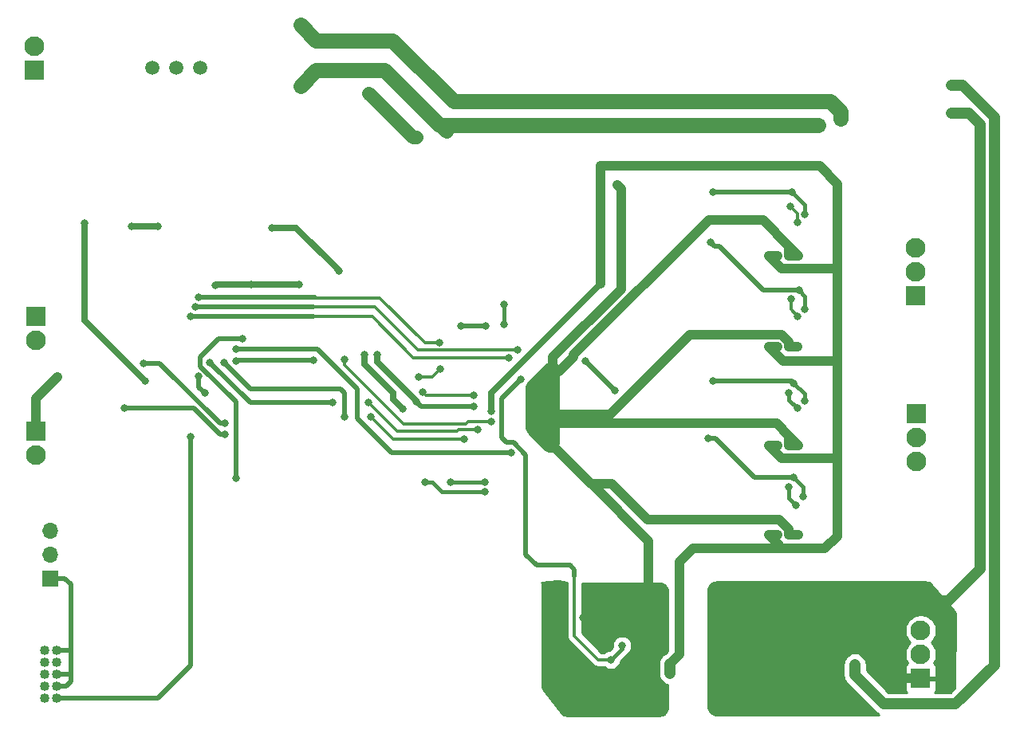
<source format=gbr>
G04 #@! TF.GenerationSoftware,KiCad,Pcbnew,5.1.5-52549c5~84~ubuntu18.04.1*
G04 #@! TF.CreationDate,2020-02-19T21:22:06+00:00*
G04 #@! TF.ProjectId,scot-resolver,73636f74-2d72-4657-936f-6c7665722e6b,rev?*
G04 #@! TF.SameCoordinates,Original*
G04 #@! TF.FileFunction,Copper,L2,Bot*
G04 #@! TF.FilePolarity,Positive*
%FSLAX46Y46*%
G04 Gerber Fmt 4.6, Leading zero omitted, Abs format (unit mm)*
G04 Created by KiCad (PCBNEW 5.1.5-52549c5~84~ubuntu18.04.1) date 2020-02-19 21:22:06*
%MOMM*%
%LPD*%
G04 APERTURE LIST*
%ADD10C,1.016000*%
%ADD11O,1.700000X1.700000*%
%ADD12R,1.700000X1.700000*%
%ADD13C,2.100000*%
%ADD14R,2.100000X2.100000*%
%ADD15C,1.500000*%
%ADD16C,0.800000*%
%ADD17C,1.000000*%
%ADD18C,1.200000*%
%ADD19C,1.400000*%
%ADD20C,2.000000*%
%ADD21C,1.600000*%
%ADD22C,0.700000*%
%ADD23C,0.400000*%
%ADD24C,0.300000*%
%ADD25C,0.500000*%
%ADD26C,0.350000*%
%ADD27C,0.254000*%
G04 APERTURE END LIST*
D10*
X86995000Y-122047000D03*
X88265000Y-122047000D03*
X86995000Y-123317000D03*
X88265000Y-123317000D03*
X86995000Y-124587000D03*
X88265000Y-124587000D03*
X86995000Y-125857000D03*
X88265000Y-125857000D03*
X86995000Y-127127000D03*
X88265000Y-127127000D03*
D11*
X87630000Y-109347000D03*
X87630000Y-111887000D03*
D12*
X87630000Y-114427000D03*
D13*
X179514500Y-79311500D03*
X179514500Y-81851500D03*
D14*
X179514500Y-84391500D03*
D13*
X179578000Y-101981000D03*
X179578000Y-99441000D03*
D14*
X179578000Y-96901000D03*
D13*
X180022500Y-119951500D03*
X180022500Y-122491500D03*
D14*
X180022500Y-125031500D03*
D13*
X86106000Y-89154000D03*
D14*
X86106000Y-86614000D03*
D13*
X86106000Y-101346000D03*
D14*
X86106000Y-98806000D03*
D13*
X85915500Y-57848500D03*
D14*
X85915500Y-60388500D03*
D15*
X103505000Y-60134500D03*
X100965000Y-60134500D03*
X98425000Y-60134500D03*
D16*
X166903400Y-89763600D03*
X165887400Y-89763600D03*
X166052500Y-80137000D03*
X167068500Y-80137000D03*
X166052500Y-109791500D03*
X167068500Y-109791500D03*
X166052500Y-100266500D03*
X167068500Y-100266500D03*
X114173000Y-62103000D03*
X169354500Y-119697500D03*
X171386500Y-119697500D03*
X151320500Y-120713500D03*
X140970000Y-97917000D03*
X141033500Y-94869000D03*
X140716000Y-100012500D03*
X140906500Y-92392500D03*
X183261000Y-65024000D03*
X174167800Y-128524000D03*
X171069000Y-128524000D03*
X168021000Y-128524000D03*
X164846000Y-128524000D03*
X162306000Y-126492000D03*
X158242000Y-127635000D03*
X160655000Y-128524000D03*
X159512000Y-126492000D03*
X157861000Y-123825000D03*
X157988000Y-117983000D03*
X160909000Y-117983000D03*
X162433000Y-121158000D03*
X164084000Y-121793000D03*
X165989000Y-122428000D03*
X167767000Y-117983000D03*
X170942000Y-117983000D03*
X174371000Y-117983000D03*
X177673000Y-121285000D03*
X174879000Y-124079000D03*
X178816000Y-117983000D03*
X176149000Y-115443000D03*
X180721000Y-115570000D03*
X183134000Y-118237000D03*
X183134000Y-122555000D03*
X183134000Y-125857000D03*
X177546000Y-125857000D03*
X159385000Y-121539000D03*
X173101000Y-121666000D03*
X158292800Y-115163600D03*
X160299400Y-115163600D03*
X164236400Y-115163600D03*
X167894000Y-115163600D03*
X172085000Y-115163600D03*
X169875200Y-115163600D03*
X162179000Y-115163600D03*
X166090600Y-115163600D03*
X174015400Y-115163600D03*
X175869600Y-119532400D03*
X176250600Y-122656600D03*
X178536600Y-115570000D03*
X152781000Y-127381000D03*
X149860000Y-127381000D03*
X148336000Y-128397000D03*
X146431000Y-128397000D03*
X145034000Y-127381000D03*
X142367000Y-127381000D03*
X143383000Y-124460000D03*
X142113000Y-123952000D03*
X149288500Y-122618500D03*
X146050000Y-120015000D03*
X152527000Y-118110000D03*
X152400000Y-115316000D03*
X144475200Y-115366800D03*
X147447000Y-115316000D03*
X149606000Y-115316000D03*
X144145000Y-118618000D03*
X142113000Y-118618000D03*
X142113000Y-121031000D03*
X147828000Y-72643998D03*
X144018000Y-66039996D03*
X169164010Y-66294000D03*
X164887397Y-89763600D03*
X163906200Y-89763600D03*
X163893500Y-80137000D03*
X164909500Y-80137000D03*
X164909500Y-109791500D03*
X163893500Y-109791500D03*
X163893500Y-100266500D03*
X164909500Y-100266500D03*
X153416000Y-123507500D03*
X153415992Y-124523500D03*
X146050000Y-70612000D03*
X134429500Y-96647000D03*
X167106600Y-83820000D03*
X167716200Y-85801200D03*
X167734986Y-75723486D03*
X167576500Y-105727500D03*
X166560500Y-103695500D03*
X167669541Y-95533541D03*
X166560500Y-93662500D03*
X147129500Y-123063000D03*
X148336000Y-121539000D03*
X166370002Y-73342500D03*
X137541000Y-93281500D03*
X147574000Y-94488000D03*
X157480000Y-99568000D03*
X157988000Y-93472000D03*
X157734000Y-78740000D03*
X157988000Y-73406000D03*
X144399000Y-91313000D03*
X173037500Y-123571000D03*
X173037500Y-124714000D03*
X183324500Y-62039500D03*
X166775500Y-106616500D03*
X166051698Y-104710706D03*
X114173000Y-55626000D03*
X171513500Y-65595500D03*
X144018000Y-63500000D03*
X108966000Y-83185000D03*
X126492000Y-67564000D03*
X121412000Y-62865000D03*
X114046000Y-83185000D03*
X105156000Y-83312000D03*
X120967500Y-90614500D03*
X124993400Y-96418400D03*
X133756632Y-105190474D03*
X127431800Y-104190800D03*
X135826500Y-87439500D03*
X135826500Y-85292500D03*
X133858000Y-87630000D03*
X131191000Y-87630000D03*
X97688400Y-93446600D03*
X91236800Y-76657200D03*
X96215200Y-77012800D03*
X99060000Y-77012794D03*
X104038400Y-94742004D03*
X103378000Y-92964000D03*
X111188500Y-77152500D03*
X122301000Y-90614500D03*
X118300500Y-81724498D03*
X126492000Y-95631000D03*
X130073400Y-104190800D03*
X133731000Y-104190800D03*
X102489000Y-99377500D03*
X132588000Y-96139000D03*
X166941500Y-96329500D03*
X166052500Y-94678500D03*
X166941500Y-76581000D03*
X166179500Y-74930000D03*
X166954200Y-86563200D03*
X166243000Y-84683600D03*
X88391992Y-92989400D03*
X106172000Y-97967800D03*
X97536000Y-91567000D03*
X106172000Y-99085400D03*
X95453200Y-96342200D03*
X126745996Y-93027500D03*
X129032000Y-92202000D03*
X132588000Y-94932500D03*
X127152400Y-94615002D03*
X104584500Y-91503504D03*
X117602000Y-95758000D03*
X121412000Y-95758000D03*
X133019800Y-98602804D03*
X106044998Y-91503500D03*
X121666000Y-97282000D03*
X118871994Y-97282000D03*
X131546600Y-99644200D03*
X115570000Y-91249498D03*
X107378494Y-91313000D03*
X118872000Y-91186000D03*
X134391400Y-97764600D03*
X107315000Y-90043000D03*
X136525000Y-101092000D03*
X102489000Y-86614004D03*
X136271000Y-90995500D03*
X102997000Y-85598000D03*
X137223500Y-90106500D03*
X103378000Y-84592097D03*
X128905000Y-89408000D03*
X108013500Y-88963500D03*
X107315000Y-103759002D03*
D17*
X176720500Y-125031500D02*
X171386500Y-119697500D01*
X180022500Y-125031500D02*
X176720500Y-125031500D01*
X167068500Y-109791500D02*
X166052500Y-109791500D01*
X166052500Y-100266500D02*
X167068500Y-100266500D01*
X167068500Y-80137000D02*
X166052500Y-80137000D01*
D18*
X169354500Y-119697500D02*
X171386500Y-119697500D01*
D19*
X128905000Y-66167000D02*
X129667000Y-66929000D01*
D17*
X166052500Y-79571315D02*
X166052500Y-80137000D01*
X166052500Y-79121000D02*
X166052500Y-79571315D01*
X163277499Y-76345999D02*
X166052500Y-79121000D01*
X166052500Y-79121000D02*
X167068500Y-80137000D01*
X166052500Y-99700815D02*
X166052500Y-100266500D01*
X166052500Y-99250500D02*
X166052500Y-99700815D01*
X164719000Y-97917000D02*
X166052500Y-99250500D01*
X149733000Y-97917000D02*
X164719000Y-97917000D01*
X167068500Y-100266500D02*
X166052500Y-99250500D01*
X140970000Y-97917000D02*
X149733000Y-97917000D01*
X141224000Y-97028000D02*
X140970000Y-96774000D01*
X165987409Y-89763600D02*
X165987409Y-89266540D01*
X166903400Y-89763600D02*
X165987409Y-89763600D01*
X165284459Y-88563590D02*
X155530410Y-88563590D01*
X165987409Y-89266540D02*
X165284459Y-88563590D01*
X147066000Y-97028000D02*
X141224000Y-97028000D01*
X155530410Y-88563590D02*
X147066000Y-97028000D01*
X157502998Y-76327000D02*
X159131000Y-76327000D01*
X159131000Y-76327000D02*
X163277499Y-76345999D01*
X140906500Y-92392500D02*
X141668500Y-92392500D01*
X143171999Y-90889001D02*
X143171999Y-90657999D01*
X141668500Y-92392500D02*
X143171999Y-90889001D01*
X143171999Y-90657999D02*
X157502998Y-76327000D01*
X140970000Y-90932000D02*
X140970000Y-92456000D01*
X148227999Y-83674001D02*
X140970000Y-90932000D01*
X147828000Y-72643998D02*
X148227999Y-73043997D01*
X147193000Y-104394000D02*
X145034000Y-104394000D01*
X151003000Y-108204000D02*
X147193000Y-104394000D01*
X165030685Y-108204000D02*
X151003000Y-108204000D01*
X166052500Y-109791500D02*
X166052500Y-109225815D01*
X166052500Y-109225815D02*
X165030685Y-108204000D01*
X151130000Y-110426500D02*
X151130000Y-116332000D01*
X145097500Y-104394000D02*
X151130000Y-110426500D01*
X145034000Y-104394000D02*
X145097500Y-104394000D01*
X140716000Y-100012500D02*
X145034000Y-104330500D01*
X145034000Y-104330500D02*
X145034000Y-104394000D01*
D20*
X140716000Y-92583000D02*
X140906500Y-92392500D01*
X140716000Y-100012500D02*
X140716000Y-92583000D01*
X140906500Y-92392500D02*
X139065000Y-94234000D01*
X139065000Y-98361500D02*
X140716000Y-100012500D01*
X139065000Y-94234000D02*
X139065000Y-98361500D01*
D17*
X148227999Y-73043997D02*
X148227999Y-83674001D01*
D18*
X185166000Y-65024000D02*
X183826685Y-65024000D01*
X175323500Y-119697500D02*
X178244500Y-116776500D01*
X171386500Y-119697500D02*
X175323500Y-119697500D01*
X183826685Y-65024000D02*
X183261000Y-65024000D01*
X186309000Y-66167000D02*
X185166000Y-65024000D01*
X178244500Y-116776500D02*
X182943500Y-116776500D01*
X182943500Y-116776500D02*
X186309000Y-113411000D01*
X186309000Y-113411000D02*
X186309000Y-66167000D01*
D21*
X128905000Y-66294000D02*
X166370000Y-66294000D01*
X114173000Y-62103000D02*
X115824000Y-60452000D01*
X166370000Y-66294000D02*
X169164010Y-66294000D01*
X123063000Y-60452000D02*
X128905000Y-66294000D01*
X115824000Y-60452000D02*
X123063000Y-60452000D01*
D17*
X164459185Y-109791500D02*
X164852490Y-109791500D01*
X163893500Y-109791500D02*
X164459185Y-109791500D01*
X164459185Y-100266500D02*
X164852490Y-100266500D01*
X163893500Y-100266500D02*
X164459185Y-100266500D01*
X163906200Y-89763600D02*
X164787399Y-89763600D01*
X163893500Y-80137000D02*
X164852490Y-80137000D01*
X165290500Y-81534000D02*
X171196000Y-81534000D01*
X163893500Y-80137000D02*
X165290500Y-81534000D01*
X165455600Y-91313000D02*
X171196000Y-91313000D01*
X163906200Y-89763600D02*
X165455600Y-91313000D01*
X171196000Y-81534000D02*
X171196000Y-91313000D01*
X165290500Y-101663500D02*
X163893500Y-100266500D01*
X171196000Y-91313000D02*
X171196000Y-101663500D01*
X171196000Y-101663500D02*
X165290500Y-101663500D01*
X169862500Y-111252000D02*
X165354000Y-111252000D01*
D18*
X153415992Y-123507508D02*
X153416000Y-123507500D01*
X153415992Y-124523500D02*
X153415992Y-123507508D01*
D17*
X171196000Y-101663500D02*
X171196000Y-109918500D01*
X171196000Y-109918500D02*
X169862500Y-111252000D01*
X165354000Y-111252000D02*
X164973000Y-111252000D01*
X164973000Y-110871000D02*
X163893500Y-109791500D01*
X164973000Y-111252000D02*
X164973000Y-110871000D01*
D22*
X134429500Y-96081315D02*
X134429500Y-96647000D01*
X134429500Y-94742000D02*
X134429500Y-96081315D01*
X146050000Y-83121500D02*
X134429500Y-94742000D01*
D17*
X146050000Y-83121500D02*
X146050000Y-70612000D01*
X171196000Y-72517000D02*
X171196000Y-81534000D01*
X146050000Y-70612000D02*
X169291000Y-70612000D01*
X169291000Y-70612000D02*
X171196000Y-72517000D01*
X155829000Y-111252000D02*
X164973000Y-111252000D01*
X154432000Y-112649000D02*
X155829000Y-111252000D01*
X153416000Y-123507500D02*
X154432000Y-122491500D01*
X153415992Y-124523500D02*
X153416000Y-124523492D01*
X154432000Y-122491500D02*
X154432000Y-112649000D01*
X153416000Y-124523492D02*
X153416000Y-123507500D01*
D23*
X167716200Y-84429600D02*
X167106600Y-83820000D01*
X167716200Y-85801200D02*
X167716200Y-84429600D01*
X167576500Y-105727500D02*
X167576500Y-104711500D01*
X167576500Y-104711500D02*
X166560500Y-103695500D01*
X167669541Y-95533541D02*
X167669541Y-94771541D01*
X167669541Y-94771541D02*
X166560500Y-93662500D01*
X148336000Y-121539000D02*
X148336000Y-121856500D01*
X148336000Y-121856500D02*
X147129500Y-123063000D01*
X167734986Y-75723486D02*
X167734986Y-74707484D01*
X167734986Y-74707484D02*
X166370002Y-73342500D01*
D24*
X143256000Y-120523000D02*
X143256000Y-114173000D01*
X147129500Y-123063000D02*
X145796000Y-123063000D01*
X145796000Y-123063000D02*
X143256000Y-120523000D01*
D25*
X157480000Y-99568000D02*
X158242000Y-99568000D01*
X162369500Y-103695500D02*
X166560500Y-103695500D01*
X158242000Y-99568000D02*
X162369500Y-103695500D01*
X166370000Y-93472000D02*
X166560500Y-93662500D01*
X157988000Y-93472000D02*
X166370000Y-93472000D01*
X163322000Y-83820000D02*
X167106600Y-83820000D01*
X157734000Y-78740000D02*
X158133999Y-79139999D01*
X158641999Y-79139999D02*
X163322000Y-83820000D01*
X158133999Y-79139999D02*
X158641999Y-79139999D01*
X166306502Y-73406000D02*
X166370002Y-73342500D01*
X157988000Y-73406000D02*
X166306502Y-73406000D01*
X147574000Y-94488000D02*
X144399000Y-91313000D01*
X143256000Y-113487200D02*
X143256000Y-114173000D01*
X142798800Y-113030000D02*
X143256000Y-113487200D01*
X139255500Y-113030000D02*
X142798800Y-113030000D01*
X138112500Y-111887000D02*
X139255500Y-113030000D01*
X135509000Y-95313500D02*
X135509000Y-99441000D01*
X135509000Y-99441000D02*
X136017000Y-99949000D01*
X137541000Y-93281500D02*
X135509000Y-95313500D01*
X136017000Y-99949000D02*
X136779000Y-99949000D01*
X138112500Y-101282500D02*
X138112500Y-111887000D01*
X136779000Y-99949000D02*
X138112500Y-101282500D01*
D18*
X173037500Y-123571000D02*
X173037500Y-124714000D01*
X187833000Y-65405000D02*
X184467500Y-62039500D01*
X184467500Y-62039500D02*
X183324500Y-62039500D01*
X187833000Y-123634500D02*
X187833000Y-65405000D01*
X183705500Y-127762000D02*
X187833000Y-123634500D01*
X173037500Y-124714000D02*
X176085500Y-127762000D01*
X176085500Y-127762000D02*
X183705500Y-127762000D01*
D23*
X166775500Y-106616500D02*
X166051698Y-105892698D01*
X166051698Y-105892698D02*
X166051698Y-104710706D01*
D21*
X170434000Y-63754000D02*
X171513500Y-64833500D01*
X130429000Y-63754000D02*
X170434000Y-63754000D01*
X123952000Y-57277000D02*
X130429000Y-63754000D01*
X171513500Y-64833500D02*
X171513500Y-65595500D01*
X114173000Y-55626000D02*
X115824000Y-57277000D01*
X115824000Y-57277000D02*
X123952000Y-57277000D01*
D19*
X126111000Y-67564000D02*
X121412000Y-62865000D01*
X126492000Y-67564000D02*
X126111000Y-67564000D01*
D22*
X108966000Y-83185000D02*
X114046000Y-83185000D01*
X105283000Y-83185000D02*
X105156000Y-83312000D01*
X108966000Y-83185000D02*
X105283000Y-83185000D01*
X123977400Y-95402400D02*
X124993400Y-96418400D01*
X123977400Y-94691200D02*
X123977400Y-95402400D01*
X120967500Y-90614500D02*
X120967500Y-91681300D01*
X120967500Y-91681300D02*
X123977400Y-94691200D01*
D23*
X133756632Y-105190474D02*
X129142674Y-105190474D01*
X129142674Y-105190474D02*
X128143000Y-104190800D01*
X128143000Y-104190800D02*
X127431800Y-104190800D01*
X135826500Y-87439500D02*
X135826500Y-85407500D01*
X135826500Y-85407500D02*
X135826500Y-85292500D01*
D25*
X88265000Y-125857000D02*
X89281000Y-125857000D01*
X89281000Y-125857000D02*
X89789000Y-125349000D01*
X88265000Y-122047000D02*
X89789000Y-122047000D01*
X88983420Y-124587000D02*
X89789000Y-124587000D01*
X88265000Y-124587000D02*
X88983420Y-124587000D01*
X89789000Y-125349000D02*
X89789000Y-124587000D01*
X89789000Y-124587000D02*
X89789000Y-122047000D01*
X89154000Y-114427000D02*
X87630000Y-114427000D01*
X89789000Y-122047000D02*
X89789000Y-115062000D01*
X89789000Y-115062000D02*
X89154000Y-114427000D01*
X133858000Y-87630000D02*
X131191000Y-87630000D01*
D22*
X97688400Y-93446600D02*
X91236800Y-86995000D01*
X91236800Y-77222885D02*
X91236800Y-76657200D01*
X91236800Y-86995000D02*
X91236800Y-77222885D01*
X99059994Y-77012800D02*
X99060000Y-77012794D01*
X96215200Y-77012800D02*
X99059994Y-77012800D01*
D25*
X103378000Y-94081604D02*
X103378000Y-92964000D01*
X104038400Y-94742004D02*
X103378000Y-94081604D01*
D22*
X111188500Y-77152500D02*
X113728502Y-77152500D01*
X117900501Y-81324499D02*
X118300500Y-81724498D01*
X113728502Y-77152500D02*
X117900501Y-81324499D01*
X126492000Y-95567500D02*
X126492000Y-95631000D01*
X122301000Y-90614500D02*
X122301000Y-91376500D01*
X122301000Y-91376500D02*
X126492000Y-95567500D01*
D23*
X130073400Y-104190800D02*
X133731000Y-104190800D01*
D25*
X126492000Y-95631000D02*
X127000000Y-96139000D01*
X127000000Y-96139000D02*
X132588000Y-96139000D01*
X96012000Y-127127000D02*
X88265000Y-127127000D01*
X99060000Y-127127000D02*
X96012000Y-127127000D01*
X102489000Y-99377500D02*
X102489000Y-123698000D01*
X102489000Y-123698000D02*
X99060000Y-127127000D01*
D23*
X166941500Y-96329500D02*
X166052500Y-95440500D01*
X166052500Y-95440500D02*
X166052500Y-94678500D01*
D26*
X166941500Y-76581000D02*
X166941500Y-75692000D01*
X166941500Y-75692000D02*
X166179500Y-74930000D01*
D24*
X166954200Y-86563200D02*
X166243000Y-85852000D01*
X166243000Y-85852000D02*
X166243000Y-84683600D01*
D17*
X86106000Y-95275392D02*
X87991993Y-93389399D01*
X87991993Y-93389399D02*
X88391992Y-92989400D01*
X86106000Y-98806000D02*
X86106000Y-95275392D01*
D25*
X105606315Y-97967800D02*
X99205515Y-91567000D01*
X99205515Y-91567000D02*
X98101685Y-91567000D01*
X106172000Y-97967800D02*
X105606315Y-97967800D01*
X98101685Y-91567000D02*
X97536000Y-91567000D01*
X105606315Y-99085400D02*
X102863115Y-96342200D01*
X106172000Y-99085400D02*
X105606315Y-99085400D01*
X102863115Y-96342200D02*
X95453200Y-96342200D01*
D24*
X128206500Y-93027500D02*
X129032000Y-92202000D01*
X126745996Y-93027500D02*
X128206500Y-93027500D01*
X127469898Y-94932500D02*
X127152400Y-94615002D01*
X132588000Y-94932500D02*
X127469898Y-94932500D01*
D25*
X104584500Y-91503504D02*
X108838996Y-95758000D01*
X117036315Y-95758000D02*
X117602000Y-95758000D01*
X108838996Y-95758000D02*
X117036315Y-95758000D01*
D24*
X125095000Y-98806000D02*
X124460000Y-98806000D01*
X124460000Y-98806000D02*
X121811999Y-96157999D01*
X121811999Y-96157999D02*
X121412000Y-95758000D01*
X130987796Y-98602804D02*
X133019800Y-98602804D01*
X125031500Y-98806000D02*
X130784600Y-98806000D01*
X130784600Y-98806000D02*
X130987796Y-98602804D01*
D25*
X108838998Y-94297500D02*
X118427500Y-94297500D01*
X118871994Y-94741994D02*
X118871994Y-96716315D01*
X118871994Y-96716315D02*
X118871994Y-97282000D01*
X118427500Y-94297500D02*
X118871994Y-94741994D01*
X106044998Y-91503500D02*
X108838998Y-94297500D01*
D24*
X124028200Y-99644200D02*
X130980915Y-99644200D01*
X121666000Y-97282000D02*
X124028200Y-99644200D01*
X130980915Y-99644200D02*
X131546600Y-99644200D01*
D25*
X107441996Y-91249498D02*
X107378494Y-91313000D01*
X115570000Y-91249498D02*
X107441996Y-91249498D01*
D24*
X131953000Y-97764600D02*
X134391400Y-97764600D01*
X125138915Y-98018600D02*
X131699000Y-98018600D01*
X118872000Y-91186000D02*
X118872000Y-91751685D01*
X131699000Y-98018600D02*
X131953000Y-97764600D01*
X118872000Y-91751685D02*
X125138915Y-98018600D01*
D25*
X135959315Y-101092000D02*
X136525000Y-101092000D01*
X120205500Y-97409000D02*
X123888500Y-101092000D01*
X123888500Y-101092000D02*
X135959315Y-101092000D01*
X120205500Y-94297500D02*
X120205500Y-97409000D01*
X115951000Y-90043000D02*
X120205500Y-94297500D01*
X107315000Y-90043000D02*
X115951000Y-90043000D01*
X102489000Y-86614004D02*
X115569996Y-86614004D01*
D24*
X121793004Y-86614004D02*
X115569996Y-86614004D01*
X136271000Y-90995500D02*
X126174500Y-90995500D01*
X126174500Y-90995500D02*
X121793004Y-86614004D01*
D25*
X102997000Y-85598000D02*
X115570000Y-85598000D01*
D24*
X122110500Y-85598000D02*
X126682498Y-90169998D01*
X115570000Y-85598000D02*
X122110500Y-85598000D01*
X126682498Y-90169998D02*
X136594317Y-90169998D01*
X136657815Y-90106500D02*
X137223500Y-90106500D01*
X136594317Y-90169998D02*
X136657815Y-90106500D01*
D25*
X103378000Y-84592097D02*
X115707097Y-84592097D01*
D24*
X122618500Y-84645500D02*
X115760500Y-84645500D01*
X128905000Y-89408000D02*
X127381000Y-89408000D01*
X127381000Y-89408000D02*
X122618500Y-84645500D01*
D25*
X107315000Y-103193317D02*
X107315000Y-103759002D01*
X107315000Y-95631000D02*
X107315000Y-103193317D01*
X108013500Y-88963500D02*
X105473500Y-88963500D01*
X105473500Y-88963500D02*
X103568500Y-90868500D01*
X103568500Y-91884500D02*
X107315000Y-95631000D01*
X103568500Y-90868500D02*
X103568500Y-91884500D01*
D27*
G36*
X180707237Y-114828237D02*
G01*
X180882523Y-114885924D01*
X181041755Y-114979195D01*
X181182799Y-115108458D01*
X183480642Y-117712679D01*
X183577970Y-117845682D01*
X183647021Y-117988899D01*
X183688933Y-118142259D01*
X183702810Y-118306484D01*
X183648882Y-126072065D01*
X183193947Y-126527000D01*
X181528351Y-126527000D01*
X181603037Y-126435994D01*
X181662002Y-126325680D01*
X181698312Y-126205982D01*
X181710572Y-126081500D01*
X181707500Y-125317250D01*
X181548750Y-125158500D01*
X180149500Y-125158500D01*
X180149500Y-125178500D01*
X179895500Y-125178500D01*
X179895500Y-125158500D01*
X178496250Y-125158500D01*
X178337500Y-125317250D01*
X178334428Y-126081500D01*
X178346688Y-126205982D01*
X178382998Y-126325680D01*
X178441963Y-126435994D01*
X178516649Y-126527000D01*
X176597054Y-126527000D01*
X174272500Y-124202447D01*
X174272500Y-123981500D01*
X178334428Y-123981500D01*
X178337500Y-124745750D01*
X178496250Y-124904500D01*
X179895500Y-124904500D01*
X179895500Y-124884500D01*
X180149500Y-124884500D01*
X180149500Y-124904500D01*
X181548750Y-124904500D01*
X181707500Y-124745750D01*
X181710572Y-123981500D01*
X181698312Y-123857018D01*
X181662002Y-123737320D01*
X181603037Y-123627006D01*
X181523685Y-123530315D01*
X181426994Y-123450963D01*
X181412954Y-123443458D01*
X181515728Y-123289647D01*
X181642746Y-122982996D01*
X181707500Y-122657458D01*
X181707500Y-122325542D01*
X181642746Y-122000004D01*
X181515728Y-121693353D01*
X181331325Y-121417375D01*
X181135450Y-121221500D01*
X181331325Y-121025625D01*
X181515728Y-120749647D01*
X181642746Y-120442996D01*
X181707500Y-120117458D01*
X181707500Y-119785542D01*
X181642746Y-119460004D01*
X181515728Y-119153353D01*
X181331325Y-118877375D01*
X181096625Y-118642675D01*
X180820647Y-118458272D01*
X180513996Y-118331254D01*
X180188458Y-118266500D01*
X179856542Y-118266500D01*
X179531004Y-118331254D01*
X179224353Y-118458272D01*
X178948375Y-118642675D01*
X178713675Y-118877375D01*
X178529272Y-119153353D01*
X178402254Y-119460004D01*
X178337500Y-119785542D01*
X178337500Y-120117458D01*
X178402254Y-120442996D01*
X178529272Y-120749647D01*
X178713675Y-121025625D01*
X178909550Y-121221500D01*
X178713675Y-121417375D01*
X178529272Y-121693353D01*
X178402254Y-122000004D01*
X178337500Y-122325542D01*
X178337500Y-122657458D01*
X178402254Y-122982996D01*
X178529272Y-123289647D01*
X178632046Y-123443458D01*
X178618006Y-123450963D01*
X178521315Y-123530315D01*
X178441963Y-123627006D01*
X178382998Y-123737320D01*
X178346688Y-123857018D01*
X178334428Y-123981500D01*
X174272500Y-123981500D01*
X174272500Y-123510335D01*
X174254630Y-123328898D01*
X174184011Y-123096099D01*
X174069333Y-122881551D01*
X173915002Y-122693498D01*
X173726948Y-122539167D01*
X173512400Y-122424489D01*
X173279601Y-122353870D01*
X173037500Y-122330025D01*
X172795398Y-122353870D01*
X172562599Y-122424489D01*
X172348051Y-122539167D01*
X172159998Y-122693498D01*
X172005667Y-122881552D01*
X171890989Y-123096100D01*
X171820370Y-123328899D01*
X171802500Y-123510336D01*
X171802500Y-124653335D01*
X171796525Y-124714000D01*
X171802500Y-124774665D01*
X171820370Y-124956102D01*
X171890989Y-125188901D01*
X172005668Y-125403449D01*
X172159999Y-125591502D01*
X172207121Y-125630174D01*
X175169326Y-128592380D01*
X175207998Y-128639502D01*
X175396051Y-128793833D01*
X175604030Y-128905000D01*
X158359234Y-128905000D01*
X158182811Y-128887624D01*
X158019150Y-128837978D01*
X157868328Y-128757362D01*
X157736130Y-128648870D01*
X157627638Y-128516672D01*
X157547022Y-128365850D01*
X157497376Y-128202189D01*
X157480000Y-128025766D01*
X157480000Y-115687234D01*
X157497376Y-115510811D01*
X157547022Y-115347150D01*
X157627638Y-115196328D01*
X157736130Y-115064130D01*
X157868328Y-114955638D01*
X158019150Y-114875022D01*
X158182811Y-114825376D01*
X158359234Y-114808000D01*
X180516990Y-114808000D01*
X180707237Y-114828237D01*
G37*
X180707237Y-114828237D02*
X180882523Y-114885924D01*
X181041755Y-114979195D01*
X181182799Y-115108458D01*
X183480642Y-117712679D01*
X183577970Y-117845682D01*
X183647021Y-117988899D01*
X183688933Y-118142259D01*
X183702810Y-118306484D01*
X183648882Y-126072065D01*
X183193947Y-126527000D01*
X181528351Y-126527000D01*
X181603037Y-126435994D01*
X181662002Y-126325680D01*
X181698312Y-126205982D01*
X181710572Y-126081500D01*
X181707500Y-125317250D01*
X181548750Y-125158500D01*
X180149500Y-125158500D01*
X180149500Y-125178500D01*
X179895500Y-125178500D01*
X179895500Y-125158500D01*
X178496250Y-125158500D01*
X178337500Y-125317250D01*
X178334428Y-126081500D01*
X178346688Y-126205982D01*
X178382998Y-126325680D01*
X178441963Y-126435994D01*
X178516649Y-126527000D01*
X176597054Y-126527000D01*
X174272500Y-124202447D01*
X174272500Y-123981500D01*
X178334428Y-123981500D01*
X178337500Y-124745750D01*
X178496250Y-124904500D01*
X179895500Y-124904500D01*
X179895500Y-124884500D01*
X180149500Y-124884500D01*
X180149500Y-124904500D01*
X181548750Y-124904500D01*
X181707500Y-124745750D01*
X181710572Y-123981500D01*
X181698312Y-123857018D01*
X181662002Y-123737320D01*
X181603037Y-123627006D01*
X181523685Y-123530315D01*
X181426994Y-123450963D01*
X181412954Y-123443458D01*
X181515728Y-123289647D01*
X181642746Y-122982996D01*
X181707500Y-122657458D01*
X181707500Y-122325542D01*
X181642746Y-122000004D01*
X181515728Y-121693353D01*
X181331325Y-121417375D01*
X181135450Y-121221500D01*
X181331325Y-121025625D01*
X181515728Y-120749647D01*
X181642746Y-120442996D01*
X181707500Y-120117458D01*
X181707500Y-119785542D01*
X181642746Y-119460004D01*
X181515728Y-119153353D01*
X181331325Y-118877375D01*
X181096625Y-118642675D01*
X180820647Y-118458272D01*
X180513996Y-118331254D01*
X180188458Y-118266500D01*
X179856542Y-118266500D01*
X179531004Y-118331254D01*
X179224353Y-118458272D01*
X178948375Y-118642675D01*
X178713675Y-118877375D01*
X178529272Y-119153353D01*
X178402254Y-119460004D01*
X178337500Y-119785542D01*
X178337500Y-120117458D01*
X178402254Y-120442996D01*
X178529272Y-120749647D01*
X178713675Y-121025625D01*
X178909550Y-121221500D01*
X178713675Y-121417375D01*
X178529272Y-121693353D01*
X178402254Y-122000004D01*
X178337500Y-122325542D01*
X178337500Y-122657458D01*
X178402254Y-122982996D01*
X178529272Y-123289647D01*
X178632046Y-123443458D01*
X178618006Y-123450963D01*
X178521315Y-123530315D01*
X178441963Y-123627006D01*
X178382998Y-123737320D01*
X178346688Y-123857018D01*
X178334428Y-123981500D01*
X174272500Y-123981500D01*
X174272500Y-123510335D01*
X174254630Y-123328898D01*
X174184011Y-123096099D01*
X174069333Y-122881551D01*
X173915002Y-122693498D01*
X173726948Y-122539167D01*
X173512400Y-122424489D01*
X173279601Y-122353870D01*
X173037500Y-122330025D01*
X172795398Y-122353870D01*
X172562599Y-122424489D01*
X172348051Y-122539167D01*
X172159998Y-122693498D01*
X172005667Y-122881552D01*
X171890989Y-123096100D01*
X171820370Y-123328899D01*
X171802500Y-123510336D01*
X171802500Y-124653335D01*
X171796525Y-124714000D01*
X171802500Y-124774665D01*
X171820370Y-124956102D01*
X171890989Y-125188901D01*
X172005668Y-125403449D01*
X172159999Y-125591502D01*
X172207121Y-125630174D01*
X175169326Y-128592380D01*
X175207998Y-128639502D01*
X175396051Y-128793833D01*
X175604030Y-128905000D01*
X158359234Y-128905000D01*
X158182811Y-128887624D01*
X158019150Y-128837978D01*
X157868328Y-128757362D01*
X157736130Y-128648870D01*
X157627638Y-128516672D01*
X157547022Y-128365850D01*
X157497376Y-128202189D01*
X157480000Y-128025766D01*
X157480000Y-115687234D01*
X157497376Y-115510811D01*
X157547022Y-115347150D01*
X157627638Y-115196328D01*
X157736130Y-115064130D01*
X157868328Y-114955638D01*
X158019150Y-114875022D01*
X158182811Y-114825376D01*
X158359234Y-114808000D01*
X180516990Y-114808000D01*
X180707237Y-114828237D01*
G36*
X141640235Y-114706188D02*
G01*
X142471001Y-114853880D01*
X142471000Y-120484447D01*
X142467203Y-120523000D01*
X142471000Y-120561553D01*
X142471000Y-120561560D01*
X142482359Y-120676886D01*
X142527246Y-120824859D01*
X142600138Y-120961232D01*
X142698236Y-121080764D01*
X142728190Y-121105347D01*
X145213658Y-123590816D01*
X145238236Y-123620764D01*
X145268184Y-123645342D01*
X145268187Y-123645345D01*
X145281524Y-123656290D01*
X145357767Y-123718862D01*
X145494140Y-123791754D01*
X145607672Y-123826194D01*
X145642112Y-123836641D01*
X145656490Y-123838057D01*
X145757439Y-123848000D01*
X145757446Y-123848000D01*
X145795999Y-123851797D01*
X145834552Y-123848000D01*
X146450789Y-123848000D01*
X146469726Y-123866937D01*
X146639244Y-123980205D01*
X146827602Y-124058226D01*
X147027561Y-124098000D01*
X147231439Y-124098000D01*
X147431398Y-124058226D01*
X147619756Y-123980205D01*
X147789274Y-123866937D01*
X147933437Y-123722774D01*
X148046705Y-123553256D01*
X148124726Y-123364898D01*
X148153592Y-123219775D01*
X148897432Y-122475937D01*
X148929291Y-122449791D01*
X148964296Y-122407138D01*
X149033636Y-122322646D01*
X149053813Y-122284898D01*
X149139937Y-122198774D01*
X149253205Y-122029256D01*
X149331226Y-121840898D01*
X149371000Y-121640939D01*
X149371000Y-121437061D01*
X149331226Y-121237102D01*
X149253205Y-121048744D01*
X149139937Y-120879226D01*
X148995774Y-120735063D01*
X148826256Y-120621795D01*
X148637898Y-120543774D01*
X148437939Y-120504000D01*
X148234061Y-120504000D01*
X148034102Y-120543774D01*
X147845744Y-120621795D01*
X147676226Y-120735063D01*
X147532063Y-120879226D01*
X147418795Y-121048744D01*
X147340774Y-121237102D01*
X147301000Y-121437061D01*
X147301000Y-121640939D01*
X147312563Y-121699069D01*
X146972725Y-122038908D01*
X146827602Y-122067774D01*
X146639244Y-122145795D01*
X146469726Y-122259063D01*
X146450789Y-122278000D01*
X146121158Y-122278000D01*
X144041000Y-120197843D01*
X144041000Y-114935000D01*
X152282766Y-114935000D01*
X152459189Y-114952376D01*
X152622850Y-115002022D01*
X152773672Y-115082638D01*
X152905870Y-115191130D01*
X153014362Y-115323328D01*
X153094978Y-115474150D01*
X153144624Y-115637811D01*
X153162000Y-115814234D01*
X153162000Y-122156368D01*
X152964468Y-122353900D01*
X152941100Y-122360989D01*
X152726551Y-122475668D01*
X152585620Y-122591327D01*
X152585613Y-122591334D01*
X152538491Y-122630006D01*
X152384160Y-122818059D01*
X152269481Y-123032607D01*
X152213580Y-123216887D01*
X152198862Y-123265406D01*
X152175017Y-123507508D01*
X152180992Y-123568173D01*
X152180992Y-124584164D01*
X152198862Y-124765601D01*
X152269481Y-124998400D01*
X152384159Y-125212948D01*
X152538490Y-125401002D01*
X152726543Y-125555333D01*
X152941091Y-125670011D01*
X153162000Y-125737023D01*
X153162000Y-128089266D01*
X153144624Y-128265689D01*
X153094978Y-128429350D01*
X153014362Y-128580172D01*
X152905870Y-128712370D01*
X152773672Y-128820862D01*
X152622850Y-128901478D01*
X152459189Y-128951124D01*
X152282766Y-128968500D01*
X142485508Y-128968500D01*
X142320541Y-128953327D01*
X142166740Y-128909908D01*
X142023433Y-128839160D01*
X141895442Y-128743464D01*
X141783087Y-128621729D01*
X140011152Y-126308370D01*
X139909269Y-126140200D01*
X139848379Y-125960568D01*
X139827000Y-125765104D01*
X139827000Y-115014375D01*
X139824560Y-114989599D01*
X139808851Y-114910623D01*
X139801624Y-114886799D01*
X139796709Y-114877603D01*
X141370071Y-114697790D01*
X141640235Y-114706188D01*
G37*
X141640235Y-114706188D02*
X142471001Y-114853880D01*
X142471000Y-120484447D01*
X142467203Y-120523000D01*
X142471000Y-120561553D01*
X142471000Y-120561560D01*
X142482359Y-120676886D01*
X142527246Y-120824859D01*
X142600138Y-120961232D01*
X142698236Y-121080764D01*
X142728190Y-121105347D01*
X145213658Y-123590816D01*
X145238236Y-123620764D01*
X145268184Y-123645342D01*
X145268187Y-123645345D01*
X145281524Y-123656290D01*
X145357767Y-123718862D01*
X145494140Y-123791754D01*
X145607672Y-123826194D01*
X145642112Y-123836641D01*
X145656490Y-123838057D01*
X145757439Y-123848000D01*
X145757446Y-123848000D01*
X145795999Y-123851797D01*
X145834552Y-123848000D01*
X146450789Y-123848000D01*
X146469726Y-123866937D01*
X146639244Y-123980205D01*
X146827602Y-124058226D01*
X147027561Y-124098000D01*
X147231439Y-124098000D01*
X147431398Y-124058226D01*
X147619756Y-123980205D01*
X147789274Y-123866937D01*
X147933437Y-123722774D01*
X148046705Y-123553256D01*
X148124726Y-123364898D01*
X148153592Y-123219775D01*
X148897432Y-122475937D01*
X148929291Y-122449791D01*
X148964296Y-122407138D01*
X149033636Y-122322646D01*
X149053813Y-122284898D01*
X149139937Y-122198774D01*
X149253205Y-122029256D01*
X149331226Y-121840898D01*
X149371000Y-121640939D01*
X149371000Y-121437061D01*
X149331226Y-121237102D01*
X149253205Y-121048744D01*
X149139937Y-120879226D01*
X148995774Y-120735063D01*
X148826256Y-120621795D01*
X148637898Y-120543774D01*
X148437939Y-120504000D01*
X148234061Y-120504000D01*
X148034102Y-120543774D01*
X147845744Y-120621795D01*
X147676226Y-120735063D01*
X147532063Y-120879226D01*
X147418795Y-121048744D01*
X147340774Y-121237102D01*
X147301000Y-121437061D01*
X147301000Y-121640939D01*
X147312563Y-121699069D01*
X146972725Y-122038908D01*
X146827602Y-122067774D01*
X146639244Y-122145795D01*
X146469726Y-122259063D01*
X146450789Y-122278000D01*
X146121158Y-122278000D01*
X144041000Y-120197843D01*
X144041000Y-114935000D01*
X152282766Y-114935000D01*
X152459189Y-114952376D01*
X152622850Y-115002022D01*
X152773672Y-115082638D01*
X152905870Y-115191130D01*
X153014362Y-115323328D01*
X153094978Y-115474150D01*
X153144624Y-115637811D01*
X153162000Y-115814234D01*
X153162000Y-122156368D01*
X152964468Y-122353900D01*
X152941100Y-122360989D01*
X152726551Y-122475668D01*
X152585620Y-122591327D01*
X152585613Y-122591334D01*
X152538491Y-122630006D01*
X152384160Y-122818059D01*
X152269481Y-123032607D01*
X152213580Y-123216887D01*
X152198862Y-123265406D01*
X152175017Y-123507508D01*
X152180992Y-123568173D01*
X152180992Y-124584164D01*
X152198862Y-124765601D01*
X152269481Y-124998400D01*
X152384159Y-125212948D01*
X152538490Y-125401002D01*
X152726543Y-125555333D01*
X152941091Y-125670011D01*
X153162000Y-125737023D01*
X153162000Y-128089266D01*
X153144624Y-128265689D01*
X153094978Y-128429350D01*
X153014362Y-128580172D01*
X152905870Y-128712370D01*
X152773672Y-128820862D01*
X152622850Y-128901478D01*
X152459189Y-128951124D01*
X152282766Y-128968500D01*
X142485508Y-128968500D01*
X142320541Y-128953327D01*
X142166740Y-128909908D01*
X142023433Y-128839160D01*
X141895442Y-128743464D01*
X141783087Y-128621729D01*
X140011152Y-126308370D01*
X139909269Y-126140200D01*
X139848379Y-125960568D01*
X139827000Y-125765104D01*
X139827000Y-115014375D01*
X139824560Y-114989599D01*
X139808851Y-114910623D01*
X139801624Y-114886799D01*
X139796709Y-114877603D01*
X141370071Y-114697790D01*
X141640235Y-114706188D01*
M02*

</source>
